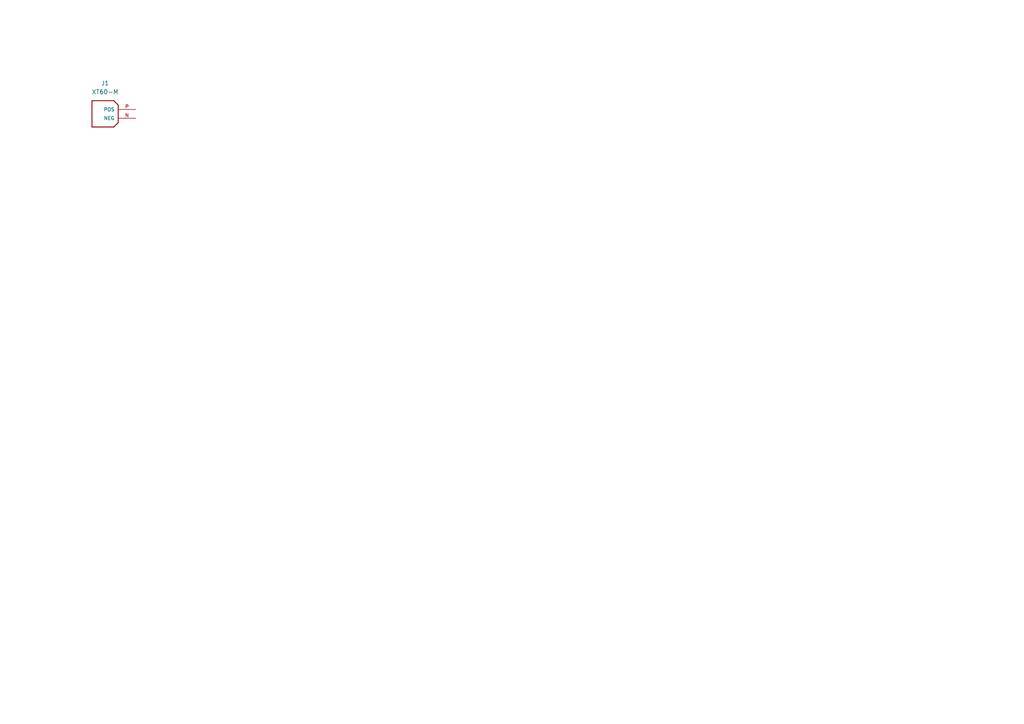
<source format=kicad_sch>
(kicad_sch (version 20250114) (generator "eeschema") (generator_version "9.0")
  (paper "A4")
  (lib_symbols
    (symbol "CompVuelo:XT60-M" (pin_names (offset 1.016))
      (property "Reference" "J" (at 0 6.35 0))
      (property "Value" "XT60-M" (at 0 -5.08 0))
      (symbol "XT60-M_0_0"
        (polyline (pts (xy 0 3.81) (xy 0 2.54)) (stroke (width 0.254)))
        (polyline (pts (xy 0 3.81) (xy 1.27 5.08)) (stroke (width 0.254)))
        (polyline (pts (xy 0 2.54) (xy 0 -1.27)) (stroke (width 0.254)))
        (polyline (pts (xy 0 -1.27) (xy 1.27 -2.54)) (stroke (width 0.254)))
        (polyline (pts (xy 1.27 -2.54) (xy 7.62 -2.54)) (stroke (width 0.254)))
        (polyline (pts (xy 7.62 5.08) (xy 1.27 5.08)) (stroke (width 0.254)))
        (polyline (pts (xy 7.62 -2.54) (xy 7.62 5.08)) (stroke (width 0.254)))
        (pin passive line (at -5.08 2.54 0) (length 5.08) (name "POS") (number "P"))
        (pin passive line (at -5.08 0 0) (length 5.08) (name "NEG") (number "N"))
      )
    )
  )
  (symbol (lib_id "CompVuelo:XT60-M") (at 34.29 34.29 0) (mirror y) (unit 1)
    (property "Reference" "J1" (at 30.48 24.13 0))
    (property "Value" "XT60-M" (at 30.48 26.67 0))
    (property "Footprint" "XT30UPB-M:AMASS_XT30UPB-M" (effects (hide yes)))
  )
)
</source>
